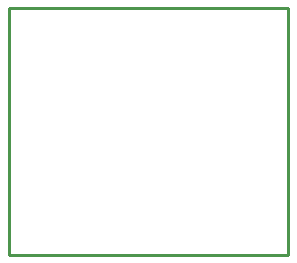
<source format=gko>
G04 Layer: BoardOutlineLayer*
G04 EasyEDA Pro v2.2.40.8, 2025-10-31 20:07:01*
G04 Gerber Generator version 0.3*
G04 Scale: 100 percent, Rotated: No, Reflected: No*
G04 Dimensions in millimeters*
G04 Leading zeros omitted, absolute positions, 4 integers and 5 decimals*
G04 Generated by one-click*
%FSLAX45Y45*%
%MOMM*%
%ADD10C,0.254*%
%ADD11C,0.5143*%
G75*


G04 Rect Start*
G54D10*
G01X-2443848Y11854D02*
G01X-2443848Y2108081D01*
G01X-74830Y2108081D01*
G01X-74830Y11854D01*
G01X-2443848Y11854D01*
G04 Rect End*

M02*


</source>
